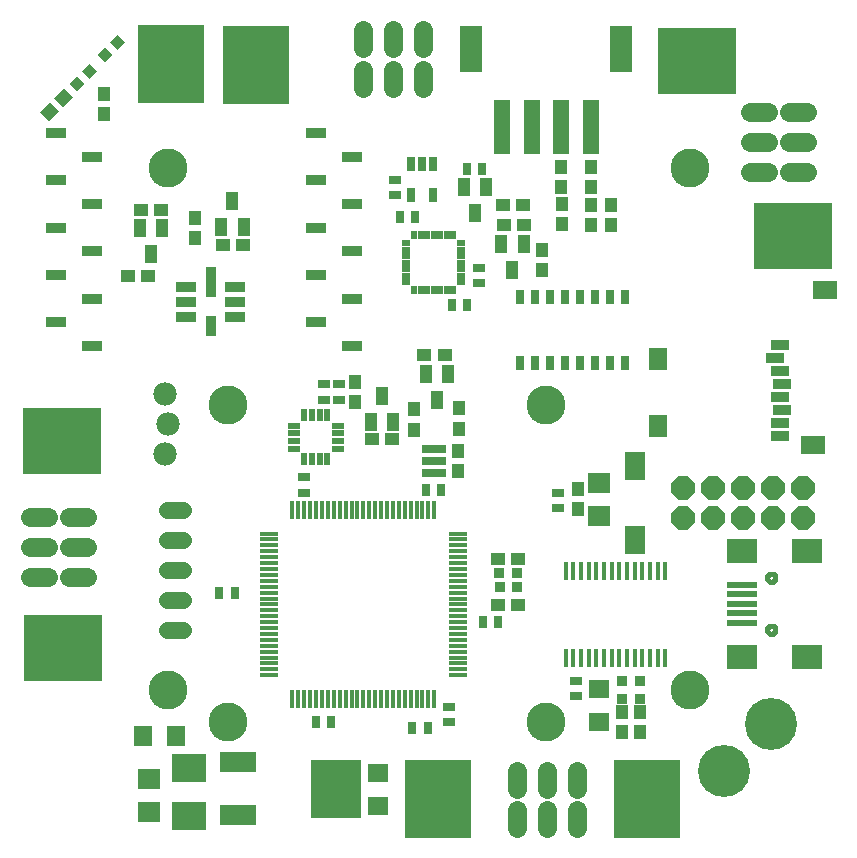
<source format=gts>
G75*
%MOIN*%
%OFA0B0*%
%FSLAX24Y24*%
%IPPOS*%
%LPD*%
%AMOC8*
5,1,8,0,0,1.08239X$1,22.5*
%
%ADD10C,0.1300*%
%ADD11C,0.0640*%
%ADD12R,0.0434X0.0591*%
%ADD13R,0.0631X0.0158*%
%ADD14R,0.0158X0.0631*%
%ADD15R,0.0394X0.0316*%
%ADD16R,0.0434X0.0473*%
%ADD17R,0.0827X0.0316*%
%ADD18R,0.0316X0.0394*%
%ADD19R,0.0473X0.0434*%
%ADD20R,0.0355X0.0355*%
%ADD21OC8,0.0780*%
%ADD22R,0.0670X0.0946*%
%ADD23R,0.1690X0.1940*%
%ADD24R,0.1220X0.0670*%
%ADD25R,0.0591X0.0670*%
%ADD26R,0.0670X0.0591*%
%ADD27R,0.0276X0.0512*%
%ADD28R,0.0591X0.0749*%
%ADD29R,0.0788X0.0591*%
%ADD30R,0.0631X0.0355*%
%ADD31R,0.0709X0.0375*%
%ADD32R,0.0355X0.0355*%
%ADD33C,0.0571*%
%ADD34R,0.0316X0.0197*%
%ADD35R,0.0197X0.0316*%
%ADD36R,0.0257X0.0512*%
%ADD37R,0.0434X0.0197*%
%ADD38R,0.0197X0.0434*%
%ADD39C,0.0780*%
%ADD40R,0.0355X0.1024*%
%ADD41R,0.0355X0.0697*%
%ADD42R,0.0697X0.0355*%
%ADD43R,0.1140X0.0940*%
%ADD44R,0.0749X0.0670*%
%ADD45R,0.2205X0.2599*%
%ADD46R,0.2599X0.2205*%
%ADD47R,0.0749X0.1575*%
%ADD48R,0.0552X0.1812*%
%ADD49C,0.0161*%
%ADD50R,0.1024X0.0237*%
%ADD51R,0.1024X0.0827*%
%ADD52R,0.0177X0.0590*%
%ADD53C,0.1733*%
D10*
X005979Y005429D03*
X007987Y004366D03*
X007987Y014917D03*
X005979Y022830D03*
X018577Y014917D03*
X023380Y022830D03*
X023380Y005429D03*
X018577Y004366D03*
D11*
X018617Y002722D02*
X018617Y002122D01*
X018617Y001437D02*
X018617Y000837D01*
X019617Y000837D02*
X019617Y001437D01*
X019617Y002122D02*
X019617Y002722D01*
X017617Y002722D02*
X017617Y002122D01*
X017617Y001437D02*
X017617Y000837D01*
X003287Y009193D02*
X002687Y009193D01*
X001987Y009193D02*
X001387Y009193D01*
X001387Y010193D02*
X001987Y010193D01*
X002687Y010193D02*
X003287Y010193D01*
X003287Y011193D02*
X002687Y011193D01*
X001987Y011193D02*
X001387Y011193D01*
X012502Y025497D02*
X012502Y026097D01*
X012498Y026822D02*
X012498Y027422D01*
X013498Y027422D02*
X013498Y026822D01*
X013502Y026097D02*
X013502Y025497D01*
X014502Y025497D02*
X014502Y026097D01*
X014498Y026822D02*
X014498Y027422D01*
X025383Y024696D02*
X025983Y024696D01*
X026702Y024696D02*
X027302Y024696D01*
X027302Y023696D02*
X026702Y023696D01*
X025983Y023696D02*
X025383Y023696D01*
X025383Y022696D02*
X025983Y022696D01*
X026702Y022696D02*
X027302Y022696D01*
D12*
X017843Y020288D03*
X017095Y020288D03*
X017469Y019422D03*
X016219Y021327D03*
X016593Y022193D03*
X015845Y022193D03*
X015322Y015976D03*
X014574Y015976D03*
X014948Y015109D03*
X013494Y014370D03*
X012746Y014370D03*
X013120Y015236D03*
X008507Y020852D03*
X007759Y020852D03*
X008133Y021719D03*
X005791Y020829D03*
X005417Y019963D03*
X005043Y020829D03*
D13*
X009349Y010641D03*
X009349Y010444D03*
X009349Y010248D03*
X009349Y010051D03*
X009349Y009854D03*
X009349Y009657D03*
X009349Y009460D03*
X009349Y009263D03*
X009349Y009067D03*
X009349Y008870D03*
X009349Y008673D03*
X009349Y008476D03*
X009349Y008279D03*
X009349Y008082D03*
X009349Y007885D03*
X009349Y007689D03*
X009349Y007492D03*
X009349Y007295D03*
X009349Y007098D03*
X009349Y006901D03*
X009349Y006704D03*
X009349Y006507D03*
X009349Y006311D03*
X009349Y006114D03*
X009349Y005917D03*
X015648Y005917D03*
X015648Y006114D03*
X015648Y006311D03*
X015648Y006507D03*
X015648Y006704D03*
X015648Y006901D03*
X015648Y007098D03*
X015648Y007295D03*
X015648Y007492D03*
X015648Y007689D03*
X015648Y007885D03*
X015648Y008082D03*
X015648Y008279D03*
X015648Y008476D03*
X015648Y008673D03*
X015648Y008870D03*
X015648Y009067D03*
X015648Y009263D03*
X015648Y009460D03*
X015648Y009657D03*
X015648Y009854D03*
X015648Y010051D03*
X015648Y010248D03*
X015648Y010444D03*
X015648Y010641D03*
D14*
X014861Y011429D03*
X014664Y011429D03*
X014467Y011429D03*
X014270Y011429D03*
X014073Y011429D03*
X013876Y011429D03*
X013680Y011429D03*
X013483Y011429D03*
X013286Y011429D03*
X013089Y011429D03*
X012892Y011429D03*
X012695Y011429D03*
X012498Y011429D03*
X012302Y011429D03*
X012105Y011429D03*
X011908Y011429D03*
X011711Y011429D03*
X011514Y011429D03*
X011317Y011429D03*
X011120Y011429D03*
X010924Y011429D03*
X010727Y011429D03*
X010530Y011429D03*
X010333Y011429D03*
X010136Y011429D03*
X010136Y005130D03*
X010333Y005130D03*
X010530Y005130D03*
X010727Y005130D03*
X010924Y005130D03*
X011120Y005130D03*
X011317Y005130D03*
X011514Y005130D03*
X011711Y005130D03*
X011908Y005130D03*
X012105Y005130D03*
X012302Y005130D03*
X012498Y005130D03*
X012695Y005130D03*
X012892Y005130D03*
X013089Y005130D03*
X013286Y005130D03*
X013483Y005130D03*
X013680Y005130D03*
X013876Y005130D03*
X014073Y005130D03*
X014270Y005130D03*
X014467Y005130D03*
X014664Y005130D03*
X014861Y005130D03*
D15*
X015367Y004856D03*
X015367Y004344D03*
X019601Y005212D03*
X019601Y005724D03*
X018985Y011495D03*
X018985Y012007D03*
X016351Y018988D03*
X016351Y019500D03*
X013553Y021931D03*
X013553Y022443D03*
X011701Y015617D03*
X011701Y015105D03*
X011187Y015105D03*
X011187Y015617D03*
X010508Y012521D03*
X010508Y012009D03*
D16*
X012217Y015026D03*
X012217Y015695D03*
X014202Y014778D03*
X014202Y014109D03*
X015686Y014142D03*
X015686Y014811D03*
X015669Y013398D03*
X015669Y012729D03*
X019650Y012119D03*
X019650Y011449D03*
X021136Y004700D03*
X021727Y004700D03*
X021727Y004031D03*
X021136Y004031D03*
X018467Y019422D03*
X018467Y020091D03*
X019110Y020971D03*
X019110Y021641D03*
X019088Y022190D03*
X019088Y022860D03*
X020072Y022855D03*
X020072Y022186D03*
X020073Y021590D03*
X020073Y020921D03*
X020743Y020921D03*
X020743Y021590D03*
X006883Y021167D03*
X006883Y020497D03*
X003846Y024629D03*
X003846Y025298D03*
D17*
X014861Y013461D03*
X014861Y013068D03*
X014861Y012674D03*
D18*
X015101Y012090D03*
X014589Y012090D03*
X016487Y007708D03*
X016998Y007708D03*
X014643Y004170D03*
X014131Y004170D03*
X011431Y004366D03*
X010920Y004366D03*
X008211Y008665D03*
X007699Y008665D03*
X015451Y018252D03*
X015963Y018252D03*
X014227Y021177D03*
X013715Y021177D03*
X015956Y022806D03*
X016468Y022806D03*
D19*
X017137Y021580D03*
X017176Y020938D03*
X017846Y020938D03*
X017806Y021580D03*
X015204Y016598D03*
X014535Y016598D03*
X013454Y013787D03*
X012785Y013787D03*
X016983Y009799D03*
X017652Y009799D03*
X017667Y008257D03*
X016997Y008257D03*
X008478Y020251D03*
X007809Y020251D03*
X005752Y021411D03*
X005082Y021411D03*
X005319Y019234D03*
X004649Y019234D03*
G36*
X002359Y024729D02*
X002026Y024396D01*
X001719Y024703D01*
X002052Y025036D01*
X002359Y024729D01*
G37*
G36*
X002832Y025202D02*
X002499Y024869D01*
X002192Y025176D01*
X002525Y025509D01*
X002832Y025202D01*
G37*
D20*
X017022Y009326D03*
X017038Y008850D03*
X017628Y008850D03*
X017613Y009326D03*
X021136Y005724D03*
X021136Y005133D03*
X021727Y005133D03*
X021727Y005724D03*
D21*
X023162Y011158D03*
X023162Y012158D03*
X024162Y012158D03*
X024162Y011158D03*
X025162Y011158D03*
X025162Y012158D03*
X026162Y012158D03*
X026162Y011158D03*
X027162Y011158D03*
X027162Y012158D03*
D22*
X021558Y012902D03*
X021558Y010422D03*
D23*
X011572Y002137D03*
D24*
X008312Y001267D03*
X008312Y003027D03*
D25*
X005166Y003888D03*
X006269Y003888D03*
D26*
X012992Y002648D03*
X012992Y001545D03*
X020349Y004366D03*
X020349Y005468D03*
D27*
X020211Y016337D03*
X020711Y016337D03*
X021211Y016337D03*
X019711Y016337D03*
X019211Y016337D03*
X018711Y016337D03*
X018211Y016337D03*
X017711Y016337D03*
X017711Y018542D03*
X018211Y018542D03*
X018711Y018542D03*
X019211Y018542D03*
X019711Y018542D03*
X020211Y018542D03*
X020711Y018542D03*
X021211Y018542D03*
D28*
X022317Y016467D03*
X022317Y014223D03*
D29*
X027494Y013593D03*
X027887Y018770D03*
D30*
X026372Y016936D03*
X026214Y016503D03*
X026372Y016070D03*
X026450Y015637D03*
X026372Y015204D03*
X026450Y014770D03*
X026372Y014337D03*
X026372Y013904D03*
D31*
X012108Y016899D03*
X010927Y017686D03*
X012108Y018474D03*
X010927Y019261D03*
X012108Y020048D03*
X010927Y020836D03*
X012108Y021623D03*
X010927Y022411D03*
X012108Y023198D03*
X010927Y023985D03*
X003446Y023198D03*
X002265Y022411D03*
X003446Y021623D03*
X002265Y020836D03*
X003446Y020048D03*
X002265Y019261D03*
X003446Y018474D03*
X002265Y017686D03*
X003446Y016899D03*
X002265Y023985D03*
D32*
G36*
X002959Y025385D02*
X002709Y025635D01*
X002959Y025885D01*
X003209Y025635D01*
X002959Y025385D01*
G37*
G36*
X003376Y025803D02*
X003126Y026053D01*
X003376Y026303D01*
X003626Y026053D01*
X003376Y025803D01*
G37*
G36*
X003874Y026350D02*
X003624Y026600D01*
X003874Y026850D01*
X004124Y026600D01*
X003874Y026350D01*
G37*
G36*
X004291Y026768D02*
X004041Y027018D01*
X004291Y027268D01*
X004541Y027018D01*
X004291Y026768D01*
G37*
D33*
X005939Y011423D02*
X006470Y011423D01*
X006470Y010423D02*
X005939Y010423D01*
X005939Y009423D02*
X006470Y009423D01*
X006470Y008423D02*
X005939Y008423D01*
X005943Y007415D02*
X006474Y007415D01*
D34*
X013935Y019026D03*
X013935Y019242D03*
X013935Y019459D03*
X013935Y019675D03*
X013935Y019892D03*
X013935Y020108D03*
X013935Y020325D03*
X015746Y020325D03*
X015746Y020108D03*
X015746Y019892D03*
X015746Y019675D03*
X015746Y019459D03*
X015746Y019242D03*
X015746Y019026D03*
D35*
X015490Y018770D03*
X015273Y018770D03*
X015057Y018770D03*
X014840Y018770D03*
X014624Y018770D03*
X014407Y018770D03*
X014191Y018770D03*
X014191Y020581D03*
X014407Y020581D03*
X014624Y020581D03*
X014840Y020581D03*
X015057Y020581D03*
X015273Y020581D03*
X015490Y020581D03*
D36*
X014833Y021935D03*
X014085Y021935D03*
X014085Y022959D03*
X014459Y022959D03*
X014833Y022959D03*
D37*
X011643Y014238D03*
X011643Y013982D03*
X011643Y013726D03*
X011643Y013470D03*
X010186Y013470D03*
X010186Y013726D03*
X010186Y013982D03*
X010186Y014238D03*
D38*
X010530Y014582D03*
X010786Y014582D03*
X011042Y014582D03*
X011298Y014582D03*
X011298Y013126D03*
X011042Y013126D03*
X010786Y013126D03*
X010530Y013126D03*
D39*
X005879Y013295D03*
X005979Y014295D03*
X005879Y015295D03*
D40*
X007409Y019018D03*
D41*
X007409Y017555D03*
D42*
X006596Y017868D03*
X006596Y018368D03*
X006596Y018868D03*
X008222Y018868D03*
X008222Y018368D03*
X008222Y017868D03*
D43*
X006672Y002825D03*
X006672Y001214D03*
D44*
X005349Y001366D03*
X005349Y002468D03*
X020349Y011216D03*
X020349Y012319D03*
D45*
X021963Y001807D03*
X014994Y001807D03*
X008932Y026264D03*
X006078Y026284D03*
D46*
X002455Y013716D03*
X002494Y006826D03*
X023634Y026399D03*
X026830Y020552D03*
D47*
X021097Y026807D03*
X016097Y026807D03*
D48*
X017120Y024208D03*
X018105Y024208D03*
X019089Y024208D03*
X020073Y024208D03*
D49*
X025959Y009169D02*
X025961Y009192D01*
X025967Y009215D01*
X025977Y009236D01*
X025990Y009256D01*
X026006Y009273D01*
X026025Y009287D01*
X026046Y009297D01*
X026068Y009304D01*
X026091Y009307D01*
X026115Y009306D01*
X026137Y009301D01*
X026159Y009292D01*
X026179Y009280D01*
X026197Y009264D01*
X026211Y009246D01*
X026223Y009226D01*
X026231Y009204D01*
X026235Y009181D01*
X026235Y009157D01*
X026231Y009134D01*
X026223Y009112D01*
X026211Y009092D01*
X026197Y009074D01*
X026179Y009058D01*
X026159Y009046D01*
X026137Y009037D01*
X026115Y009032D01*
X026091Y009031D01*
X026068Y009034D01*
X026046Y009041D01*
X026025Y009051D01*
X026006Y009065D01*
X025990Y009082D01*
X025977Y009102D01*
X025967Y009123D01*
X025961Y009146D01*
X025959Y009169D01*
X025959Y007437D02*
X025961Y007460D01*
X025967Y007483D01*
X025977Y007504D01*
X025990Y007524D01*
X026006Y007541D01*
X026025Y007555D01*
X026046Y007565D01*
X026068Y007572D01*
X026091Y007575D01*
X026115Y007574D01*
X026137Y007569D01*
X026159Y007560D01*
X026179Y007548D01*
X026197Y007532D01*
X026211Y007514D01*
X026223Y007494D01*
X026231Y007472D01*
X026235Y007449D01*
X026235Y007425D01*
X026231Y007402D01*
X026223Y007380D01*
X026211Y007360D01*
X026197Y007342D01*
X026179Y007326D01*
X026159Y007314D01*
X026137Y007305D01*
X026115Y007300D01*
X026091Y007299D01*
X026068Y007302D01*
X026046Y007309D01*
X026025Y007319D01*
X026006Y007333D01*
X025990Y007350D01*
X025977Y007370D01*
X025967Y007391D01*
X025961Y007414D01*
X025959Y007437D01*
D50*
X025113Y007673D03*
X025113Y007988D03*
X025113Y008303D03*
X025113Y008618D03*
X025113Y008933D03*
D51*
X025113Y010074D03*
X027278Y010074D03*
X027278Y006531D03*
X025113Y006531D03*
D52*
X022563Y006509D03*
X022307Y006509D03*
X022052Y006509D03*
X021796Y006509D03*
X021540Y006509D03*
X021284Y006509D03*
X021028Y006509D03*
X020772Y006509D03*
X020516Y006509D03*
X020260Y006509D03*
X020004Y006509D03*
X019748Y006509D03*
X019493Y006509D03*
X019237Y006509D03*
X019237Y009388D03*
X019493Y009388D03*
X019748Y009388D03*
X020004Y009388D03*
X020260Y009388D03*
X020516Y009388D03*
X020772Y009388D03*
X021028Y009388D03*
X021284Y009388D03*
X021540Y009388D03*
X021796Y009388D03*
X022052Y009388D03*
X022307Y009388D03*
X022563Y009388D03*
D53*
X026097Y004287D03*
X024522Y002712D03*
M02*

</source>
